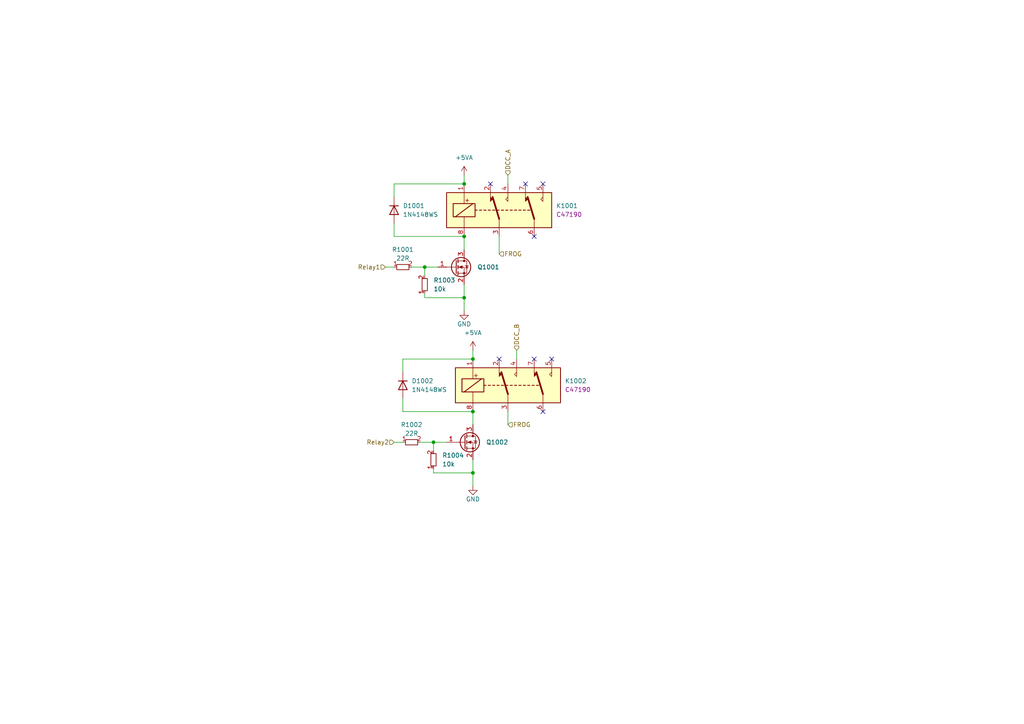
<source format=kicad_sch>
(kicad_sch (version 20230121) (generator eeschema)
  (paper "A4")
  (title_block (company "Train-Science"))
  (lib_symbols
    (symbol "custom_kicad_lib_sk:1N4148WS" (pin_numbers hide) (pin_names hide)
      (property "Reference" "D" (at 0 2.54 0))
      (property "Value" "1N4148WS" (at 0 -2.54 0))
      (symbol "1N4148WS_0_1"
        (polyline (pts (xy -1.27 1.27) (xy -1.27 -1.27)) (stroke (width 0.254)))
        (polyline (pts (xy 1.27 0) (xy -1.27 0)))
        (polyline (pts (xy 1.27 1.27) (xy 1.27 -1.27) (xy -1.27 0) (xy 1.27 1.27)) (stroke (width 0.254)))
      )
      (symbol "1N4148WS_1_1"
        (pin passive line (at -3.81 0 0) (length 2.54) (name "K") (number "1"))
        (pin passive line (at 3.81 0 180) (length 2.54) (name "A") (number "2"))
      )
    )
    (symbol "custom_kicad_lib_sk:AO3400A" (pin_names hide)
      (property "Reference" "Q" (at 5.08 1.905 0))
      (symbol "AO3400A_0_1"
        (polyline (pts (xy 0.254 0) (xy -2.54 0)))
        (polyline (pts (xy 0.254 1.905) (xy 0.254 -1.905)) (stroke (width 0.254)))
        (polyline (pts (xy 0.762 -1.27) (xy 0.762 -2.286)) (stroke (width 0.254)))
        (polyline (pts (xy 0.762 0.508) (xy 0.762 -0.508)) (stroke (width 0.254)))
        (polyline (pts (xy 0.762 2.286) (xy 0.762 1.27)) (stroke (width 0.254)))
        (polyline (pts (xy 2.54 2.54) (xy 2.54 1.778)))
        (polyline (pts (xy 2.54 -2.54) (xy 2.54 0) (xy 0.762 0)))
        (polyline (pts (xy 0.762 -1.778) (xy 3.302 -1.778) (xy 3.302 1.778) (xy 0.762 1.778)))
        (polyline (pts (xy 1.016 0) (xy 2.032 0.381) (xy 2.032 -0.381) (xy 1.016 0)) (fill (type outline)))
        (polyline (pts (xy 2.794 0.508) (xy 2.921 0.381) (xy 3.683 0.381) (xy 3.81 0.254)))
        (polyline (pts (xy 3.302 0.381) (xy 2.921 -0.254) (xy 3.683 -0.254) (xy 3.302 0.381)))
        (circle (center 1.651 0) (radius 2.794) (stroke (width 0.254)))
        (circle (center 2.54 -1.778) (radius 0.254) (fill (type outline)))
        (circle (center 2.54 1.778) (radius 0.254) (fill (type outline)))
      )
      (symbol "AO3400A_1_1"
        (pin input line (at -5.08 0 0) (length 2.54) (name "G") (number "1"))
        (pin passive line (at 2.54 -5.08 90) (length 2.54) (name "S") (number "2"))
        (pin passive line (at 2.54 5.08 270) (length 2.54) (name "D") (number "3"))
      )
    )
    (symbol "custom_kicad_lib_sk:G6K-2"
      (property "Reference" "K" (at 16.51 3.81 0))
      (property "JLCPCB Part#" "C47190" (at 0 0 0))
      (symbol "G6K-2_0_0"
        (text "+" (at -9.271 2.921 0) (effects (font (size 1.27 1.27))))
      )
      (symbol "G6K-2_0_1"
        (rectangle (start -15.24 5.08) (end 15.24 -5.08) (stroke (width 0.254)) (fill (type background)))
        (rectangle (start -13.335 1.905) (end -6.985 -1.905) (stroke (width 0.254)))
        (polyline (pts (xy -12.7 -1.905) (xy -7.62 1.905)) (stroke (width 0.254)))
        (polyline (pts (xy -10.16 -5.08) (xy -10.16 -1.905)))
        (polyline (pts (xy -10.16 5.08) (xy -10.16 1.905)))
        (polyline (pts (xy -6.985 0) (xy -6.35 0)) (stroke (width 0.254)))
        (polyline (pts (xy -5.715 0) (xy -5.08 0)) (stroke (width 0.254)))
        (polyline (pts (xy -4.445 0) (xy -3.81 0)) (stroke (width 0.254)))
        (polyline (pts (xy -3.175 0) (xy -2.54 0)) (stroke (width 0.254)))
        (polyline (pts (xy -1.905 0) (xy -1.27 0)) (stroke (width 0.254)))
        (polyline (pts (xy -0.635 0) (xy 0 0)) (stroke (width 0.254)))
        (polyline (pts (xy 0 -2.54) (xy -1.905 3.81)) (stroke (width 0.508)))
        (polyline (pts (xy 0 -2.54) (xy 0 -5.08)))
        (polyline (pts (xy 0.635 0) (xy 1.27 0)) (stroke (width 0.254)))
        (polyline (pts (xy 1.905 0) (xy 2.54 0)) (stroke (width 0.254)))
        (polyline (pts (xy 3.175 0) (xy 3.81 0)) (stroke (width 0.254)))
        (polyline (pts (xy 4.445 0) (xy 5.08 0)) (stroke (width 0.254)))
        (polyline (pts (xy 5.715 0) (xy 6.35 0)) (stroke (width 0.254)))
        (polyline (pts (xy 6.985 0) (xy 7.62 0)) (stroke (width 0.254)))
        (polyline (pts (xy 8.255 0) (xy 8.89 0)) (stroke (width 0.254)))
        (polyline (pts (xy 10.16 -2.54) (xy 8.255 3.81)) (stroke (width 0.508)))
        (polyline (pts (xy 10.16 -2.54) (xy 10.16 -5.08)))
        (polyline (pts (xy -2.54 5.08) (xy -2.54 2.54) (xy -1.905 3.175) (xy -2.54 3.81)) (fill (type outline)))
        (polyline (pts (xy 2.54 5.08) (xy 2.54 2.54) (xy 1.905 3.175) (xy 2.54 3.81)))
        (polyline (pts (xy 7.62 5.08) (xy 7.62 2.54) (xy 8.255 3.175) (xy 7.62 3.81)) (fill (type outline)))
        (polyline (pts (xy 12.7 5.08) (xy 12.7 2.54) (xy 12.065 3.175) (xy 12.7 3.81)))
      )
      (symbol "G6K-2_1_1"
        (pin passive line (at -10.16 7.62 270) (length 2.54) (name "~") (number "1"))
        (pin passive line (at -2.54 7.62 270) (length 2.54) (name "~") (number "2"))
        (pin passive line (at 0 -7.62 90) (length 2.54) (name "~") (number "3"))
        (pin passive line (at 2.54 7.62 270) (length 2.54) (name "~") (number "4"))
        (pin passive line (at 12.7 7.62 270) (length 2.54) (name "~") (number "5"))
        (pin passive line (at 10.16 -7.62 90) (length 2.54) (name "~") (number "6"))
        (pin passive line (at 7.62 7.62 270) (length 2.54) (name "~") (number "7"))
        (pin passive line (at -10.16 -7.62 90) (length 2.54) (name "~") (number "8"))
      )
    )
    (symbol "power:+5VA" (power) (pin_names (offset 0))
      (property "Value" "+5VA" (at 0 3.556 0))
      (symbol "+5VA_0_1"
        (polyline (pts (xy -0.762 1.27) (xy 0 2.54)))
        (polyline (pts (xy 0 0) (xy 0 2.54)))
        (polyline (pts (xy 0 2.54) (xy 0.762 1.27)))
      )
      (symbol "+5VA_1_1"
        (pin power_in line (at 0 0 90) (length 0) hide (name "+5VA") (number "1"))
      )
    )
    (symbol "power:GND" (power) (pin_names (offset 0))
      (property "Value" "GND" (at 0 -3.81 0))
      (symbol "GND_0_1"
        (polyline (pts (xy 0 0) (xy 0 -1.27) (xy 1.27 -1.27) (xy 0 -2.54) (xy -1.27 -1.27) (xy 0 -1.27)))
      )
      (symbol "GND_1_1"
        (pin power_in line (at 0 0 270) (length 0) hide (name "GND") (number "1"))
      )
    )
    (symbol "resistors_0603:R_10k_0603"
      (property "Reference" "R" (at 1.27 2.54 0))
      (property "Value" "10k" (at 2.54 -2.54 0))
      (symbol "R_10k_0603_0_1"
        (rectangle (start -0.762 1.778) (end 0.762 -1.778) (stroke (width 0.2032)))
      )
      (symbol "R_10k_0603_1_1"
        (pin passive line (at 0 2.54 270) (length 0.762) (name "~") (number "1"))
        (pin passive line (at 0 -2.54 90) (length 0.762) (name "~") (number "2"))
      )
    )
    (symbol "resistors_0603:R_22R_0603"
      (property "Reference" "R" (at 1.27 2.54 0))
      (property "Value" "22R" (at 2.54 -2.54 0))
      (symbol "R_22R_0603_0_1"
        (rectangle (start -0.762 1.778) (end 0.762 -1.778) (stroke (width 0.2032)))
      )
      (symbol "R_22R_0603_1_1"
        (pin passive line (at 0 2.54 270) (length 0.762) (name "~") (number "1"))
        (pin passive line (at 0 -2.54 90) (length 0.762) (name "~") (number "2"))
      )
    )
  )
  (junction (at 137.16 137.16))
  (junction (at 134.62 68.58))
  (junction (at 137.16 119.38))
  (junction (at 137.16 104.14))
  (junction (at 134.62 53.34))
  (junction (at 134.62 86.36))
  (junction (at 123.19 77.47))
  (junction (at 125.73 128.27))
  (no_connect (at 144.78 104.14))
  (no_connect (at 154.94 104.14))
  (no_connect (at 154.94 68.58))
  (no_connect (at 152.4 53.34))
  (no_connect (at 157.48 53.34))
  (no_connect (at 142.24 53.34))
  (no_connect (at 157.48 119.38))
  (no_connect (at 160.02 104.14))
  (wire (pts (xy 114.3 64.77) (xy 114.3 68.58)))
  (wire (pts (xy 123.19 86.36) (xy 134.62 86.36)))
  (wire (pts (xy 125.73 137.16) (xy 125.73 135.89)))
  (wire (pts (xy 125.73 128.27) (xy 129.54 128.27)))
  (wire (pts (xy 111.76 77.47) (xy 114.3 77.47)))
  (wire (pts (xy 123.19 86.36) (xy 123.19 85.09)))
  (wire (pts (xy 134.62 53.34) (xy 114.3 53.34)))
  (wire (pts (xy 116.84 104.14) (xy 116.84 107.95)))
  (wire (pts (xy 121.92 128.27) (xy 125.73 128.27)))
  (wire (pts (xy 137.16 140.97) (xy 137.16 137.16)))
  (wire (pts (xy 134.62 50.8) (xy 134.62 53.34)))
  (wire (pts (xy 134.62 90.17) (xy 134.62 86.36)))
  (wire (pts (xy 116.84 119.38) (xy 137.16 119.38)))
  (wire (pts (xy 123.19 77.47) (xy 127 77.47)))
  (wire (pts (xy 134.62 68.58) (xy 134.62 72.39)))
  (wire (pts (xy 147.32 119.38) (xy 147.32 123.19)))
  (wire (pts (xy 114.3 68.58) (xy 134.62 68.58)))
  (wire (pts (xy 137.16 104.14) (xy 116.84 104.14)))
  (wire (pts (xy 147.32 50.8) (xy 147.32 53.34)))
  (wire (pts (xy 134.62 82.55) (xy 134.62 86.36)))
  (wire (pts (xy 125.73 128.27) (xy 125.73 130.81)))
  (wire (pts (xy 137.16 119.38) (xy 137.16 123.19)))
  (wire (pts (xy 114.3 53.34) (xy 114.3 57.15)))
  (wire (pts (xy 116.84 115.57) (xy 116.84 119.38)))
  (wire (pts (xy 123.19 77.47) (xy 123.19 80.01)))
  (wire (pts (xy 144.78 68.58) (xy 144.78 73.66)))
  (wire (pts (xy 119.38 77.47) (xy 123.19 77.47)))
  (wire (pts (xy 114.3 128.27) (xy 116.84 128.27)))
  (wire (pts (xy 137.16 133.35) (xy 137.16 137.16)))
  (wire (pts (xy 137.16 101.6) (xy 137.16 104.14)))
  (wire (pts (xy 149.86 101.6) (xy 149.86 104.14)))
  (wire (pts (xy 125.73 137.16) (xy 137.16 137.16)))
  (hierarchical_label "DCC_B" (shape input) (at 149.86 101.6 90))
  (hierarchical_label "Relay2" (shape input) (at 114.3 128.27 180))
  (hierarchical_label "DCC_A" (shape input) (at 147.32 50.8 90))
  (hierarchical_label "FROG" (shape input) (at 147.32 123.19 0))
  (hierarchical_label "FROG" (shape input) (at 144.78 73.66 0))
  (hierarchical_label "Relay1" (shape input) (at 111.76 77.47 180))
  (symbol (lib_id "power:GND") (at 137.16 140.97 0) (unit 1)
    (property "Reference" "#PWR0728" (effects hide))
    (property "Value" "GND" (at 137.16 144.78 0))
    (instances (project "OS-ServoDriver" (path "" (reference "#PWR0728") (unit 1)) (path "" (reference "#PWR0729") (unit 1))))
  )
  (symbol (lib_id "resistors_0603:R_10k_0603") (at 125.73 133.35 180) (unit 1)
    (property "Reference" "R1004" (at 128.27 132.08 0) (effects (justify right)))
    (property "Value" "10k" (at 128.27 134.62 0) (effects (justify right)))
    (property "Footprint" "custom_kicad_lib_sk:R_0603_smalltext" (effects hide))
    (property "JLCPCB Part#" "C25804" (effects hide))
    (instances (project "OS-ServoDriver" (path "" (reference "R1004") (unit 1)) (path "" (reference "R1104") (unit 1))))
  )
  (symbol (lib_id "resistors_0603:R_22R_0603") (at 119.38 128.27 90) (unit 1)
    (property "Reference" "R1002" (at 119.38 123.19 90))
    (property "Value" "22R" (at 119.38 125.73 90))
    (property "Footprint" "custom_kicad_lib_sk:R_0603_smalltext" (effects hide))
    (property "JLCPCB Part#" "C23345" (effects hide))
    (instances (project "OS-ServoDriver" (path "" (reference "R1002") (unit 1)) (path "" (reference "R1102") (unit 1))))
  )
  (symbol (lib_id "resistors_0603:R_22R_0603") (at 116.84 77.47 90) (unit 1)
    (property "Reference" "R1001" (at 116.84 72.39 90))
    (property "Value" "22R" (at 116.84 74.93 90))
    (property "Footprint" "custom_kicad_lib_sk:R_0603_smalltext" (effects hide))
    (property "JLCPCB Part#" "C23345" (effects hide))
    (instances (project "OS-ServoDriver" (path "" (reference "R1001") (unit 1)) (path "" (reference "R1101") (unit 1))))
  )
  (symbol (lib_id "custom_kicad_lib_sk:1N4148WS") (at 114.3 60.96 270) (unit 1)
    (property "Reference" "D1001" (at 116.84 59.69 90) (effects (justify left)))
    (property "Value" "1N4148WS" (at 116.84 62.23 90) (effects (justify left)))
    (property "Footprint" "Diode_SMD:D_SOD-323" (effects hide))
    (property "Datasheet" "https://www.vishay.com/docs/85751/1n4148ws.pdf" (effects hide))
    (property "Sim.Device" "D" (effects hide))
    (property "Sim.Pins" "1=K 2=A" (effects hide))
    (property "JLCPCB Part#" "C2128" (effects hide))
    (instances (project "OS-ServoDriver" (path "" (reference "D1001") (unit 1)) (path "" (reference "D1101") (unit 1))))
  )
  (symbol (lib_id "power:+5VA") (at 137.16 101.6 0) (unit 1)
    (property "Reference" "#PWR0724" (effects hide))
    (property "Value" "+5VA" (at 137.16 96.52 0))
    (instances (project "OS-ServoDriver" (path "" (reference "#PWR0724") (unit 1)) (path "" (reference "#PWR0725") (unit 1))))
  )
  (symbol (lib_id "power:+5VA") (at 134.62 50.8 0) (unit 1)
    (property "Reference" "#PWR0704" (effects hide))
    (property "Value" "+5VA" (at 134.62 45.72 0))
    (instances (project "OS-ServoDriver" (path "" (reference "#PWR0704") (unit 1)) (path "" (reference "#PWR0703") (unit 1))))
  )
  (symbol (lib_id "custom_kicad_lib_sk:1N4148WS") (at 116.84 111.76 270) (unit 1)
    (property "Reference" "D1002" (at 119.38 110.49 90) (effects (justify left)))
    (property "Value" "1N4148WS" (at 119.38 113.03 90) (effects (justify left)))
    (property "Footprint" "Diode_SMD:D_SOD-323" (effects hide))
    (property "Datasheet" "https://www.vishay.com/docs/85751/1n4148ws.pdf" (effects hide))
    (property "Sim.Device" "D" (effects hide))
    (property "Sim.Pins" "1=K 2=A" (effects hide))
    (property "JLCPCB Part#" "C2128" (effects hide))
    (instances (project "OS-ServoDriver" (path "" (reference "D1002") (unit 1)) (path "" (reference "D1102") (unit 1))))
  )
  (symbol (lib_id "custom_kicad_lib_sk:G6K-2") (at 144.78 60.96 0) (unit 1)
    (property "Reference" "K1001" (at 161.29 59.69 0) (effects (justify left)))
    (property "Value" "G6K-2F-Y-TR DC5" (effects hide))
    (property "Footprint" "Relay_SMD:Relay_DPDT_Omron_G6K-2F-Y" (effects hide))
    (property "Datasheet" "http://omronfs.omron.com/en_US/ecb/products/pdf/en-g6k.pdf" (effects hide))
    (property "JLCPCB Part#" "C47190" (at 161.29 62.23 0) (effects (justify left)))
    (instances (project "OS-ServoDriver" (path "" (reference "K1001") (unit 1)) (path "" (reference "K1101") (unit 1))))
  )
  (symbol (lib_id "custom_kicad_lib_sk:G6K-2") (at 147.32 111.76 0) (unit 1)
    (property "Reference" "K1002" (at 163.83 110.49 0) (effects (justify left)))
    (property "Value" "G6K-2F-Y-TR DC5" (effects hide))
    (property "Footprint" "Relay_SMD:Relay_DPDT_Omron_G6K-2F-Y" (effects hide))
    (property "Datasheet" "http://omronfs.omron.com/en_US/ecb/products/pdf/en-g6k.pdf" (effects hide))
    (property "JLCPCB Part#" "C47190" (at 163.83 113.03 0) (effects (justify left)))
    (instances (project "OS-ServoDriver" (path "" (reference "K1002") (unit 1)) (path "" (reference "K1102") (unit 1))))
  )
  (symbol (lib_id "custom_kicad_lib_sk:AO3400A") (at 134.62 128.27 0) (unit 1)
    (property "Reference" "Q1002" (at 140.97 128.27 0) (effects (font (size 1.28 1.28)) (justify left)))
    (property "Value" "AO3400A" (effects hide))
    (property "Footprint" "Package_TO_SOT_SMD:SOT-23" (effects hide))
    (property "Datasheet" "http://www.aosmd.com/pdfs/datasheet/AO3400A.pdf" (effects hide))
    (property "JLCPCB Part#" "C20917" (effects hide))
    (instances (project "OS-ServoDriver" (path "" (reference "Q1002") (unit 1)) (path "" (reference "Q1102") (unit 1))))
  )
  (symbol (lib_id "power:GND") (at 134.62 90.17 0) (unit 1)
    (property "Reference" "#PWR0727" (effects hide))
    (property "Value" "GND" (at 134.62 93.98 0))
    (instances (project "OS-ServoDriver" (path "" (reference "#PWR0727") (unit 1)) (path "" (reference "#PWR0726") (unit 1))))
  )
  (symbol (lib_id "resistors_0603:R_10k_0603") (at 123.19 82.55 180) (unit 1)
    (property "Reference" "R1003" (at 125.73 81.28 0) (effects (justify right)))
    (property "Value" "10k" (at 125.73 83.82 0) (effects (justify right)))
    (property "Footprint" "custom_kicad_lib_sk:R_0603_smalltext" (effects hide))
    (property "JLCPCB Part#" "C25804" (effects hide))
    (instances (project "OS-ServoDriver" (path "" (reference "R1003") (unit 1)) (path "" (reference "R1103") (unit 1))))
  )
  (symbol (lib_id "custom_kicad_lib_sk:AO3400A") (at 132.08 77.47 0) (unit 1)
    (property "Reference" "Q1001" (at 138.43 77.47 0) (effects (font (size 1.28 1.28)) (justify left)))
    (property "Value" "AO3400A" (effects hide))
    (property "Footprint" "Package_TO_SOT_SMD:SOT-23" (effects hide))
    (property "Datasheet" "http://www.aosmd.com/pdfs/datasheet/AO3400A.pdf" (effects hide))
    (property "JLCPCB Part#" "C20917" (effects hide))
    (instances (project "OS-ServoDriver" (path "" (reference "Q1001") (unit 1)) (path "" (reference "Q1101") (unit 1))))
  )
)
</source>
